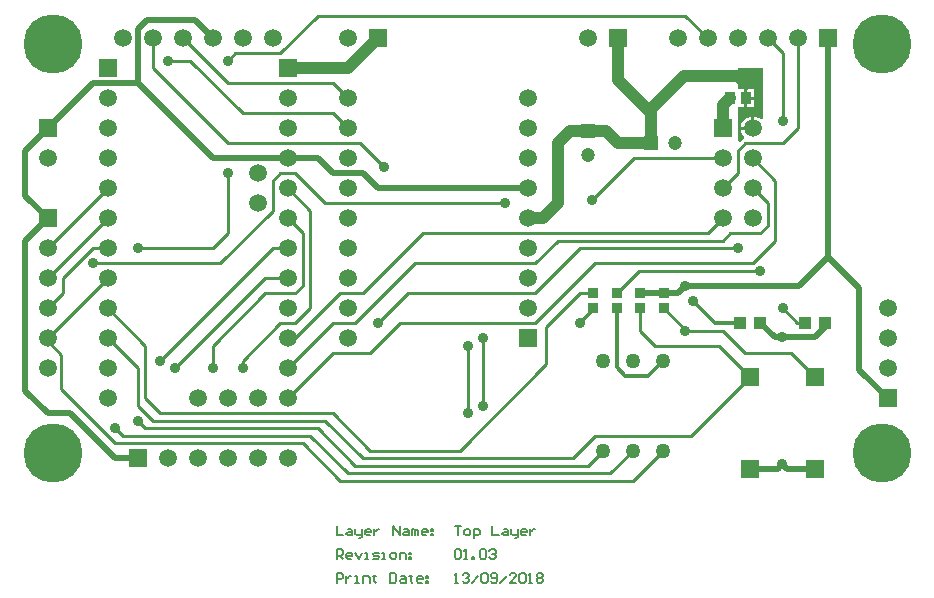
<source format=gtl>
%FSLAX25Y25*%
%MOIN*%
G70*
G01*
G75*
G04 Layer_Physical_Order=1*
G04 Layer_Color=255*
%ADD10R,0.04331X0.03937*%
%ADD11R,0.03740X0.03347*%
%ADD12R,0.05906X0.05906*%
%ADD13R,0.03543X0.03937*%
%ADD14C,0.01000*%
%ADD15C,0.03937*%
%ADD16C,0.01969*%
%ADD17C,0.01181*%
%ADD18C,0.00787*%
%ADD19C,0.05000*%
%ADD20C,0.05906*%
%ADD21R,0.05906X0.05906*%
%ADD22R,0.04724X0.04724*%
%ADD23C,0.04724*%
%ADD24R,0.04724X0.04724*%
%ADD25C,0.03543*%
%ADD26C,0.19685*%
G36*
X248471Y123319D02*
X248071Y123012D01*
X247764Y122861D01*
X246993Y123453D01*
X246032Y123851D01*
X245500Y123921D01*
Y120000D01*
X245000D01*
Y119500D01*
X241079D01*
X241149Y118968D01*
X241547Y118007D01*
X242181Y117181D01*
X242012Y116432D01*
X242012D01*
Y116432D01*
X241915Y116413D01*
X241419Y116081D01*
X240727Y115390D01*
X240000Y115692D01*
Y127032D01*
X242158D01*
Y130000D01*
Y132968D01*
X240000D01*
Y140000D01*
X248471D01*
Y123319D01*
D02*
G37*
%LPC*%
G36*
X244500Y123921D02*
X243968Y123851D01*
X243007Y123453D01*
X242181Y122819D01*
X241547Y121993D01*
X241149Y121032D01*
X241079Y120500D01*
X244500D01*
Y123921D01*
D02*
G37*
G36*
X245429Y132968D02*
X243158D01*
Y130500D01*
X245429D01*
Y132968D01*
D02*
G37*
G36*
Y129500D02*
X243158D01*
Y127032D01*
X245429D01*
Y129500D01*
D02*
G37*
%LPD*%
D10*
X269094Y55118D02*
D03*
X262402D02*
D03*
X247441D02*
D03*
X240748D02*
D03*
D11*
X215472Y65059D02*
D03*
Y59941D02*
D03*
X207598Y65059D02*
D03*
Y59941D02*
D03*
X199724Y59941D02*
D03*
Y65059D02*
D03*
X191850Y65059D02*
D03*
Y59941D02*
D03*
D12*
X265748Y6299D02*
D03*
Y37008D02*
D03*
X244094Y6299D02*
D03*
Y37008D02*
D03*
X235000Y120000D02*
D03*
X90000Y140000D02*
D03*
X30000D02*
D03*
X290000Y30000D02*
D03*
X10000Y120000D02*
D03*
Y90000D02*
D03*
D13*
X237343Y130000D02*
D03*
X242657D02*
D03*
D14*
X191500Y96000D02*
X205500Y110000D01*
X235000D01*
X102500Y95000D02*
X162500D01*
X250000Y150000D02*
X255000Y145000D01*
X260000Y120000D02*
Y125000D01*
X230000Y85000D02*
X235000Y90000D01*
X135000Y85000D02*
X230000D01*
X180000Y82500D02*
X235000D01*
X187500Y80000D02*
X240000D01*
X192500Y75000D02*
X245000D01*
X252500Y82500D02*
Y102500D01*
X245000Y75000D02*
X252500Y82500D01*
X32500Y20000D02*
X35000Y17500D01*
X32500Y15000D02*
X95000D01*
X14453Y33047D02*
X32500Y15000D01*
X14453Y33047D02*
Y44453D01*
X255000Y60000D02*
X259882Y55118D01*
X262402D01*
X207165Y72500D02*
X247500D01*
X199724Y65059D02*
X207165Y72500D01*
X215472Y59941D02*
X222913Y52500D01*
X235000D02*
X242500Y45000D01*
X222913Y52500D02*
X235000D01*
X257756Y45000D02*
X265748Y37008D01*
X242500Y45000D02*
X257756D01*
X233602Y47500D02*
X244094Y37008D01*
X212500Y47500D02*
X233602D01*
X207598Y52402D02*
X212500Y47500D01*
X207598Y52402D02*
Y59941D01*
X187559Y65059D02*
X191850D01*
X176250Y53750D02*
X187559Y65059D01*
X176250Y41250D02*
Y53750D01*
X147500Y12500D02*
X176250Y41250D01*
X117500Y12500D02*
X147500D01*
X192500Y17500D02*
X224587D01*
X185000Y10000D02*
X192500Y17500D01*
X115000Y10000D02*
X185000D01*
X224587Y17500D02*
X244094Y37008D01*
X190000Y7500D02*
X195000Y12500D01*
X197500Y5000D02*
X205000Y12500D01*
Y2500D02*
X215000Y12500D01*
X105000Y25000D02*
X117500Y12500D01*
X102500Y22500D02*
X115000Y10000D01*
X112500Y7500D02*
X190000D01*
X100000Y20000D02*
X112500Y7500D01*
X110000Y5000D02*
X197500D01*
X97500Y17500D02*
X110000Y5000D01*
X107500Y2500D02*
X205000D01*
X95000Y15000D02*
X107500Y2500D01*
X45000Y22500D02*
X102500D01*
X47500Y25000D02*
X105000D01*
X40000Y27500D02*
X45000Y22500D01*
X40000Y27500D02*
Y40000D01*
X30000Y50000D02*
X40000Y40000D01*
X42500Y30000D02*
Y47500D01*
Y30000D02*
X47500Y25000D01*
X30000Y60000D02*
X42500Y47500D01*
X40000Y22500D02*
X42500Y20000D01*
X100000D01*
X35000Y17500D02*
X97500D01*
X10000Y48906D02*
Y50000D01*
Y48906D02*
X14453Y44453D01*
X10000Y50000D02*
X30000Y70000D01*
X155000Y27500D02*
Y50000D01*
X150000Y25000D02*
Y47500D01*
X70000Y85000D02*
Y105000D01*
X65000Y80000D02*
X70000Y85000D01*
X40000Y80000D02*
X65000D01*
X70000Y142500D02*
X72500Y145000D01*
X87500D01*
X100000Y157500D01*
X222500D01*
X230000Y150000D01*
X245000Y100000D02*
X250000Y95000D01*
Y87500D02*
Y95000D01*
X247500Y85000D02*
X250000Y87500D01*
X237500Y85000D02*
X247500D01*
X235000Y82500D02*
X237500Y85000D01*
X172500Y55000D02*
X192500Y75000D01*
X127500Y55000D02*
X172500D01*
X117500Y45000D02*
X127500Y55000D01*
X105000Y45000D02*
X117500D01*
X172500Y65000D02*
X187500Y80000D01*
X172500Y75000D02*
X180000Y82500D01*
X132500Y75000D02*
X172500D01*
X112500Y55000D02*
X132500Y75000D01*
X130000Y65000D02*
X172500D01*
X120000Y55000D02*
X130000Y65000D01*
X115000D02*
X135000Y85000D01*
X107500Y65000D02*
X115000D01*
X255000Y122500D02*
Y145000D01*
X260000Y125000D02*
Y150000D01*
X255000Y115000D02*
X260000Y120000D01*
X242500Y115000D02*
X255000D01*
X240000Y112500D02*
X242500Y115000D01*
X240000Y105000D02*
Y112500D01*
X235000Y100000D02*
X240000Y105000D01*
X245000Y110000D02*
X252500Y102500D01*
X90000Y50000D02*
X92500D01*
X107500Y65000D01*
X90000Y40000D02*
X105000Y55000D01*
X112500D01*
X114000Y115000D02*
X122000Y107000D01*
X82500Y70000D02*
X90000D01*
X52500Y40000D02*
X82500Y70000D01*
X85000Y80000D02*
X90000D01*
X47500Y42500D02*
X85000Y80000D01*
X90000Y90000D02*
X95000Y85000D01*
Y67500D02*
Y85000D01*
X92500Y65000D02*
X95000Y67500D01*
X82500Y65000D02*
X92500D01*
X65000Y47500D02*
X82500Y65000D01*
X65000Y40000D02*
Y47500D01*
X90000Y100000D02*
X97500Y92500D01*
Y60000D02*
Y92500D01*
X75000Y42500D02*
X87500Y55000D01*
X75000Y40000D02*
Y42500D01*
X92500Y55000D02*
X97500Y60000D01*
X87500Y55000D02*
X92500D01*
X10000Y70000D02*
X30000Y90000D01*
X10000Y80000D02*
X30000Y100000D01*
X15000Y65000D02*
Y70000D01*
X10000Y60000D02*
X15000Y65000D01*
X25000Y80000D02*
X30000D01*
X15000Y70000D02*
X25000Y80000D01*
X55000Y150000D02*
X70000Y135000D01*
X105000D01*
X110000Y130000D01*
X105000Y125000D02*
X110000Y120000D01*
X75000Y125000D02*
X105000D01*
X57500Y142500D02*
X75000Y125000D01*
X45000Y140000D02*
Y150000D01*
Y140000D02*
X70000Y115000D01*
X114000D01*
X50000Y142500D02*
X57500D01*
X87500Y105000D02*
X92500D01*
X85000Y102500D02*
X87500Y105000D01*
X92500D02*
X102500Y95000D01*
X85000Y92500D02*
Y102500D01*
X67500Y75000D02*
X85000Y92500D01*
X25000Y75000D02*
X67500D01*
X90000Y30000D02*
X105000Y45000D01*
D15*
X211063Y125000D02*
Y126437D01*
Y115000D02*
Y125000D01*
X200000Y115000D02*
X211063D01*
X196063Y118937D02*
X200000Y115000D01*
X190000Y118937D02*
X196063D01*
X183937D02*
X190000D01*
X180000Y115000D02*
X183937Y118937D01*
X180000Y95000D02*
Y115000D01*
X175000Y90000D02*
X180000Y95000D01*
X170000Y90000D02*
X175000D01*
X200000Y136063D02*
X211063Y125000D01*
Y126437D02*
X222126Y137500D01*
X240000D01*
X242657Y134843D01*
X200000Y136063D02*
Y150000D01*
X90000Y140000D02*
X110000D01*
X120000Y150000D01*
X235000Y120000D02*
Y127657D01*
X237343Y130000D01*
D16*
X17500Y25000D02*
X32500Y10000D01*
X10000Y25000D02*
X17500D01*
X32500Y10000D02*
X40000D01*
X215472Y65059D02*
X220059D01*
X222500Y67500D01*
X260413D01*
X207598Y65059D02*
X215472D01*
X260413Y67500D02*
X270000Y77087D01*
X280512Y66575D01*
Y39488D02*
Y66575D01*
X270000Y77087D02*
Y150000D01*
X280512Y39488D02*
X290000Y30000D01*
X254921Y50197D02*
X265748D01*
X269094Y53543D01*
Y55118D01*
X252362Y50197D02*
X254921D01*
X247441Y55118D02*
X252362Y50197D01*
X254921Y7874D02*
X256496Y6299D01*
X265748D01*
X253346D02*
X254921Y7874D01*
X244094Y6299D02*
X253346D01*
X120000Y100000D02*
X170000D01*
X115000Y105000D02*
X120000Y100000D01*
X10000Y120000D02*
X25000Y135000D01*
X2500Y32500D02*
Y82500D01*
X10000Y90000D01*
X2500Y97500D02*
X10000Y90000D01*
X2500Y97500D02*
Y112500D01*
X10000Y120000D01*
X59000Y156000D02*
X65000Y150000D01*
X25000Y135000D02*
X40000D01*
Y153000D01*
X43000Y156000D01*
X59000D01*
X105000Y105000D02*
X115000D01*
X90000Y110000D02*
X100000D01*
X105000Y105000D01*
X2500Y32500D02*
X10000Y25000D01*
X40000Y135000D02*
X65000Y110000D01*
X90000D01*
D17*
X187500Y55000D02*
X191850Y59350D01*
Y59941D01*
X225000Y62500D02*
X232382Y55118D01*
X240748D01*
X199724Y40276D02*
Y59941D01*
Y40276D02*
X202500Y37500D01*
X210000D01*
X215000Y42500D01*
D18*
X145669Y-12599D02*
X147768D01*
X146719D01*
Y-15748D01*
X149343D02*
X150392D01*
X150917Y-15223D01*
Y-14174D01*
X150392Y-13649D01*
X149343D01*
X148818Y-14174D01*
Y-15223D01*
X149343Y-15748D01*
X151967Y-16798D02*
Y-13649D01*
X153541D01*
X154066Y-14174D01*
Y-15223D01*
X153541Y-15748D01*
X151967D01*
X158264Y-12599D02*
Y-15748D01*
X160363D01*
X161937Y-13649D02*
X162987D01*
X163511Y-14174D01*
Y-15748D01*
X161937D01*
X161412Y-15223D01*
X161937Y-14698D01*
X163511D01*
X164561Y-13649D02*
Y-15223D01*
X165086Y-15748D01*
X166660D01*
Y-16273D01*
X166135Y-16798D01*
X165610D01*
X166660Y-15748D02*
Y-13649D01*
X169284Y-15748D02*
X168234D01*
X167709Y-15223D01*
Y-14174D01*
X168234Y-13649D01*
X169284D01*
X169808Y-14174D01*
Y-14698D01*
X167709D01*
X170858Y-13649D02*
Y-15748D01*
Y-14698D01*
X171383Y-14174D01*
X171907Y-13649D01*
X172432D01*
X145669Y-20998D02*
X146194Y-20473D01*
X147244D01*
X147768Y-20998D01*
Y-23097D01*
X147244Y-23622D01*
X146194D01*
X145669Y-23097D01*
Y-20998D01*
X148818Y-23622D02*
X149867D01*
X149343D01*
Y-20473D01*
X148818Y-20998D01*
X151442Y-23622D02*
Y-23097D01*
X151967D01*
Y-23622D01*
X151442D01*
X154066Y-20998D02*
X154590Y-20473D01*
X155640D01*
X156165Y-20998D01*
Y-23097D01*
X155640Y-23622D01*
X154590D01*
X154066Y-23097D01*
Y-20998D01*
X157214D02*
X157739Y-20473D01*
X158788D01*
X159313Y-20998D01*
Y-21523D01*
X158788Y-22048D01*
X158264D01*
X158788D01*
X159313Y-22572D01*
Y-23097D01*
X158788Y-23622D01*
X157739D01*
X157214Y-23097D01*
X145669Y-31496D02*
X146719D01*
X146194D01*
Y-28348D01*
X145669Y-28872D01*
X148293D02*
X148818Y-28348D01*
X149867D01*
X150392Y-28872D01*
Y-29397D01*
X149867Y-29922D01*
X149343D01*
X149867D01*
X150392Y-30446D01*
Y-30971D01*
X149867Y-31496D01*
X148818D01*
X148293Y-30971D01*
X151442Y-31496D02*
X153541Y-29397D01*
X154590Y-28872D02*
X155115Y-28348D01*
X156165D01*
X156689Y-28872D01*
Y-30971D01*
X156165Y-31496D01*
X155115D01*
X154590Y-30971D01*
Y-28872D01*
X157739Y-30971D02*
X158264Y-31496D01*
X159313D01*
X159838Y-30971D01*
Y-28872D01*
X159313Y-28348D01*
X158264D01*
X157739Y-28872D01*
Y-29397D01*
X158264Y-29922D01*
X159838D01*
X160888Y-31496D02*
X162987Y-29397D01*
X166135Y-31496D02*
X164036D01*
X166135Y-29397D01*
Y-28872D01*
X165610Y-28348D01*
X164561D01*
X164036Y-28872D01*
X167185D02*
X167709Y-28348D01*
X168759D01*
X169284Y-28872D01*
Y-30971D01*
X168759Y-31496D01*
X167709D01*
X167185Y-30971D01*
Y-28872D01*
X170333Y-31496D02*
X171383D01*
X170858D01*
Y-28348D01*
X170333Y-28872D01*
X172957D02*
X173482Y-28348D01*
X174531D01*
X175056Y-28872D01*
Y-29397D01*
X174531Y-29922D01*
X175056Y-30446D01*
Y-30971D01*
X174531Y-31496D01*
X173482D01*
X172957Y-30971D01*
Y-30446D01*
X173482Y-29922D01*
X172957Y-29397D01*
Y-28872D01*
X173482Y-29922D02*
X174531D01*
X106299Y-31496D02*
Y-28348D01*
X107873D01*
X108398Y-28872D01*
Y-29922D01*
X107873Y-30446D01*
X106299D01*
X109448Y-29397D02*
Y-31496D01*
Y-30446D01*
X109973Y-29922D01*
X110497Y-29397D01*
X111022D01*
X112596Y-31496D02*
X113646D01*
X113121D01*
Y-29397D01*
X112596D01*
X115220Y-31496D02*
Y-29397D01*
X116795D01*
X117319Y-29922D01*
Y-31496D01*
X118894Y-28872D02*
Y-29397D01*
X118369D01*
X119418D01*
X118894D01*
Y-30971D01*
X119418Y-31496D01*
X124141Y-28348D02*
Y-31496D01*
X125715D01*
X126240Y-30971D01*
Y-28872D01*
X125715Y-28348D01*
X124141D01*
X127815Y-29397D02*
X128864D01*
X129389Y-29922D01*
Y-31496D01*
X127815D01*
X127290Y-30971D01*
X127815Y-30446D01*
X129389D01*
X130963Y-28872D02*
Y-29397D01*
X130438D01*
X131488D01*
X130963D01*
Y-30971D01*
X131488Y-31496D01*
X134636D02*
X133587D01*
X133062Y-30971D01*
Y-29922D01*
X133587Y-29397D01*
X134636D01*
X135161Y-29922D01*
Y-30446D01*
X133062D01*
X136211Y-29397D02*
X136736D01*
Y-29922D01*
X136211D01*
Y-29397D01*
Y-30971D02*
X136736D01*
Y-31496D01*
X136211D01*
Y-30971D01*
X106299Y-23622D02*
Y-20473D01*
X107873D01*
X108398Y-20998D01*
Y-22048D01*
X107873Y-22572D01*
X106299D01*
X107349D02*
X108398Y-23622D01*
X111022D02*
X109973D01*
X109448Y-23097D01*
Y-22048D01*
X109973Y-21523D01*
X111022D01*
X111547Y-22048D01*
Y-22572D01*
X109448D01*
X112596Y-21523D02*
X113646Y-23622D01*
X114696Y-21523D01*
X115745Y-23622D02*
X116795D01*
X116270D01*
Y-21523D01*
X115745D01*
X118369Y-23622D02*
X119943D01*
X120468Y-23097D01*
X119943Y-22572D01*
X118894D01*
X118369Y-22048D01*
X118894Y-21523D01*
X120468D01*
X121517Y-23622D02*
X122567D01*
X122042D01*
Y-21523D01*
X121517D01*
X124666Y-23622D02*
X125715D01*
X126240Y-23097D01*
Y-22048D01*
X125715Y-21523D01*
X124666D01*
X124141Y-22048D01*
Y-23097D01*
X124666Y-23622D01*
X127290D02*
Y-21523D01*
X128864D01*
X129389Y-22048D01*
Y-23622D01*
X130438Y-21523D02*
X130963D01*
Y-22048D01*
X130438D01*
Y-21523D01*
Y-23097D02*
X130963D01*
Y-23622D01*
X130438D01*
Y-23097D01*
X106299Y-12599D02*
Y-15748D01*
X108398D01*
X109973Y-13649D02*
X111022D01*
X111547Y-14174D01*
Y-15748D01*
X109973D01*
X109448Y-15223D01*
X109973Y-14698D01*
X111547D01*
X112596Y-13649D02*
Y-15223D01*
X113121Y-15748D01*
X114696D01*
Y-16273D01*
X114171Y-16798D01*
X113646D01*
X114696Y-15748D02*
Y-13649D01*
X117319Y-15748D02*
X116270D01*
X115745Y-15223D01*
Y-14174D01*
X116270Y-13649D01*
X117319D01*
X117844Y-14174D01*
Y-14698D01*
X115745D01*
X118894Y-13649D02*
Y-15748D01*
Y-14698D01*
X119418Y-14174D01*
X119943Y-13649D01*
X120468D01*
X125191Y-15748D02*
Y-12599D01*
X127290Y-15748D01*
Y-12599D01*
X128864Y-13649D02*
X129914D01*
X130438Y-14174D01*
Y-15748D01*
X128864D01*
X128339Y-15223D01*
X128864Y-14698D01*
X130438D01*
X131488Y-15748D02*
Y-13649D01*
X132013D01*
X132537Y-14174D01*
Y-15748D01*
Y-14174D01*
X133062Y-13649D01*
X133587Y-14174D01*
Y-15748D01*
X136211D02*
X135161D01*
X134636Y-15223D01*
Y-14174D01*
X135161Y-13649D01*
X136211D01*
X136736Y-14174D01*
Y-14698D01*
X134636D01*
X137785Y-13649D02*
X138310D01*
Y-14174D01*
X137785D01*
Y-13649D01*
Y-15223D02*
X138310D01*
Y-15748D01*
X137785D01*
Y-15223D01*
D19*
X195000Y12500D02*
D03*
X205000D02*
D03*
X215000D02*
D03*
Y42500D02*
D03*
X205000D02*
D03*
X195000D02*
D03*
D20*
X110000Y50000D02*
D03*
Y60000D02*
D03*
Y70000D02*
D03*
Y80000D02*
D03*
Y90000D02*
D03*
Y100000D02*
D03*
Y110000D02*
D03*
Y120000D02*
D03*
X170000Y60000D02*
D03*
Y70000D02*
D03*
Y80000D02*
D03*
Y90000D02*
D03*
Y100000D02*
D03*
Y110000D02*
D03*
Y120000D02*
D03*
X110000Y130000D02*
D03*
X170000D02*
D03*
X245000Y90000D02*
D03*
X235000D02*
D03*
X245000Y100000D02*
D03*
X235000D02*
D03*
X245000Y110000D02*
D03*
X235000D02*
D03*
X245000Y120000D02*
D03*
X60000Y30000D02*
D03*
X80000D02*
D03*
X70000D02*
D03*
X80000Y95000D02*
D03*
Y105000D02*
D03*
X90000Y30000D02*
D03*
Y40000D02*
D03*
Y50000D02*
D03*
Y60000D02*
D03*
Y70000D02*
D03*
Y80000D02*
D03*
Y90000D02*
D03*
Y100000D02*
D03*
Y110000D02*
D03*
Y120000D02*
D03*
Y130000D02*
D03*
X30000D02*
D03*
Y120000D02*
D03*
Y110000D02*
D03*
Y100000D02*
D03*
Y90000D02*
D03*
Y80000D02*
D03*
Y70000D02*
D03*
Y60000D02*
D03*
Y50000D02*
D03*
Y40000D02*
D03*
Y30000D02*
D03*
X35000Y150000D02*
D03*
X45000D02*
D03*
X55000D02*
D03*
X65000D02*
D03*
X75000D02*
D03*
X85000D02*
D03*
X290000Y60000D02*
D03*
Y50000D02*
D03*
Y40000D02*
D03*
X90000Y10000D02*
D03*
X80000D02*
D03*
X70000D02*
D03*
X60000D02*
D03*
X50000D02*
D03*
X220000Y150000D02*
D03*
X230000D02*
D03*
X240000D02*
D03*
X250000D02*
D03*
X260000D02*
D03*
X10000Y110000D02*
D03*
Y40000D02*
D03*
Y50000D02*
D03*
Y60000D02*
D03*
Y70000D02*
D03*
Y80000D02*
D03*
X190000Y150000D02*
D03*
X110000D02*
D03*
D21*
X170000Y50000D02*
D03*
X40000Y10000D02*
D03*
X270000Y150000D02*
D03*
X200000D02*
D03*
X120000D02*
D03*
D22*
X211063Y115000D02*
D03*
D23*
X218937D02*
D03*
X190000Y111063D02*
D03*
D24*
Y118937D02*
D03*
D25*
X191500Y96000D02*
D03*
X162500Y95000D02*
D03*
X32500Y20000D02*
D03*
X40000Y22500D02*
D03*
X247500Y72500D02*
D03*
X255000Y60000D02*
D03*
X225000Y62500D02*
D03*
X187500Y55000D02*
D03*
X222500Y52500D02*
D03*
Y67500D02*
D03*
X254921Y50197D02*
D03*
Y7874D02*
D03*
X150000Y25000D02*
D03*
X155000Y27500D02*
D03*
Y50000D02*
D03*
X150000Y47500D02*
D03*
X70000Y105000D02*
D03*
Y142500D02*
D03*
X255000Y122500D02*
D03*
X240000Y80000D02*
D03*
X120000Y55000D02*
D03*
X122000Y107000D02*
D03*
X47500Y42500D02*
D03*
X52500Y40000D02*
D03*
X65000D02*
D03*
X75000D02*
D03*
X40000Y80000D02*
D03*
X50000Y142500D02*
D03*
X25000Y75000D02*
D03*
D26*
X11811Y11811D02*
D03*
Y148189D02*
D03*
X288189D02*
D03*
Y11811D02*
D03*
M02*

</source>
